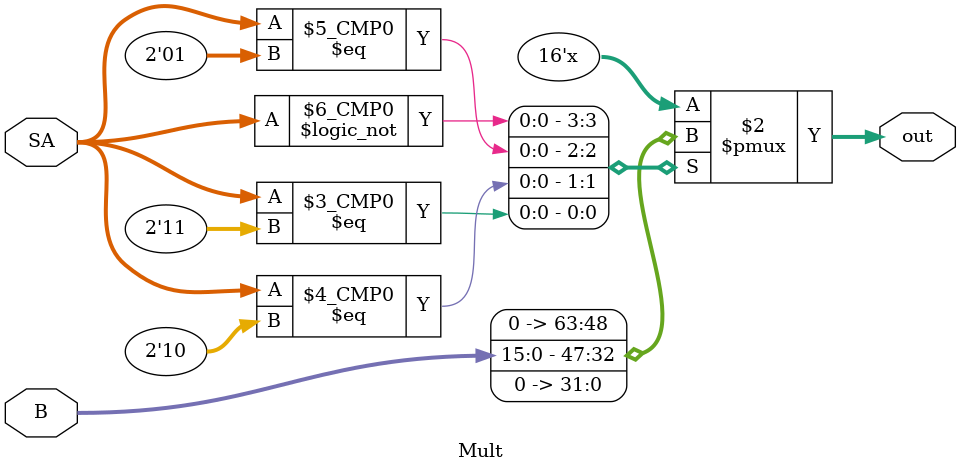
<source format=v>
`timescale 1ns/1ns
module Mult(
    input[15:0] B, input[1:0] SA,
    output reg[15:0]out);

    always@(SA)begin
      out = 16'b0;
      case(SA)
        2'b00: out = 16'b0;
        2'b01: out = B;
        2'b10: out = {B[15:1],0};
        2'b11: out = 16'b0;
        default: out <= 16'b0;
      endcase
    end

endmodule

</source>
